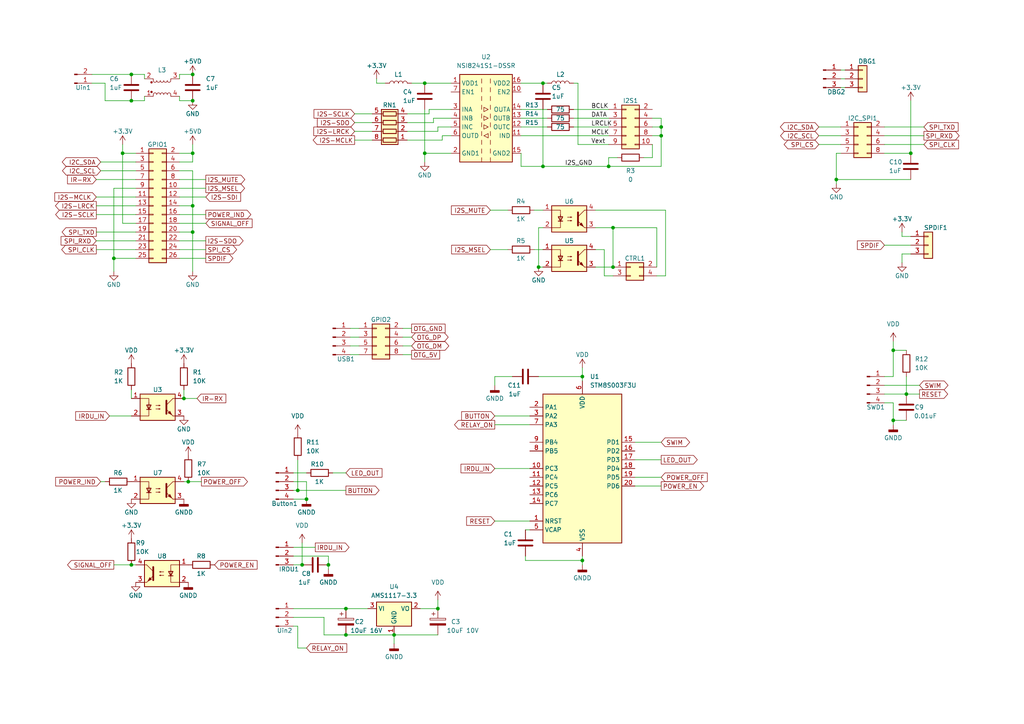
<source format=kicad_sch>
(kicad_sch (version 20231120) (generator "eeschema") (generator_version "8.0")
  (paper "A4")
  (lib_symbols
    (symbol "Connector:Conn_01x02_Pin" (pin_names (offset 1.016) hide)
      (property "Reference" "J" (at 0 2.54 0))
      (property "Value" "Conn_01x02_Pin" (at 0 -5.08 0))
      (symbol "Conn_01x02_Pin_1_1"
        (pin passive line (at 5.08 0 180) (length 3.81) (name "Pin_1") (number "1"))
        (pin passive line (at 5.08 -2.54 180) (length 3.81) (name "Pin_2") (number "2"))
      )
    )
    (symbol "Connector:Conn_01x03_Pin" (pin_names (offset 1.016) hide)
      (property "Reference" "J" (at 0 5.08 0))
      (property "Value" "Conn_01x03_Pin" (at 0 -5.08 0))
      (symbol "Conn_01x03_Pin_1_1"
        (pin passive line (at 5.08 2.54 180) (length 3.81) (name "Pin_1") (number "1"))
        (pin passive line (at 5.08 0 180) (length 3.81) (name "Pin_2") (number "2"))
        (pin passive line (at 5.08 -2.54 180) (length 3.81) (name "Pin_3") (number "3"))
      )
    )
    (symbol "Connector:Conn_01x04_Pin" (pin_names (offset 1.016) hide)
      (property "Reference" "J" (at 0 5.08 0))
      (property "Value" "Conn_01x04_Pin" (at 0 -7.62 0))
      (symbol "Conn_01x04_Pin_1_1"
        (pin passive line (at 5.08 2.54 180) (length 3.81) (name "Pin_1") (number "1"))
        (pin passive line (at 5.08 0 180) (length 3.81) (name "Pin_2") (number "2"))
        (pin passive line (at 5.08 -2.54 180) (length 3.81) (name "Pin_3") (number "3"))
        (pin passive line (at 5.08 -5.08 180) (length 3.81) (name "Pin_4") (number "4"))
      )
    )
    (symbol "Connector_Generic:Conn_01x03" (pin_names (offset 1.016) hide)
      (property "Reference" "J" (at 0 5.08 0))
      (property "Value" "Conn_01x03" (at 0 -5.08 0))
      (symbol "Conn_01x03_1_1"
        (pin passive line (at -5.08 2.54 0) (length 3.81) (name "Pin_1") (number "1"))
        (pin passive line (at -5.08 0 0) (length 3.81) (name "Pin_2") (number "2"))
        (pin passive line (at -5.08 -2.54 0) (length 3.81) (name "Pin_3") (number "3"))
      )
    )
    (symbol "Connector_Generic:Conn_02x02_Odd_Even" (pin_names (offset 1.016) hide)
      (property "Reference" "J" (at 1.27 2.54 0))
      (property "Value" "Conn_02x02_Odd_Even" (at 1.27 -5.08 0))
      (symbol "Conn_02x02_Odd_Even_1_1"
        (pin passive line (at -5.08 0 0) (length 3.81) (name "Pin_1") (number "1"))
        (pin passive line (at 7.62 0 180) (length 3.81) (name "Pin_2") (number "2"))
        (pin passive line (at -5.08 -2.54 0) (length 3.81) (name "Pin_3") (number "3"))
        (pin passive line (at 7.62 -2.54 180) (length 3.81) (name "Pin_4") (number "4"))
      )
    )
    (symbol "Connector_Generic:Conn_02x04_Odd_Even" (pin_names (offset 1.016) hide)
      (property "Reference" "J" (at 1.27 5.08 0))
      (property "Value" "Conn_02x04_Odd_Even" (at 1.27 -7.62 0))
      (symbol "Conn_02x04_Odd_Even_1_1"
        (pin passive line (at -5.08 2.54 0) (length 3.81) (name "Pin_1") (number "1"))
        (pin passive line (at 7.62 2.54 180) (length 3.81) (name "Pin_2") (number "2"))
        (pin passive line (at -5.08 0 0) (length 3.81) (name "Pin_3") (number "3"))
        (pin passive line (at 7.62 0 180) (length 3.81) (name "Pin_4") (number "4"))
        (pin passive line (at -5.08 -2.54 0) (length 3.81) (name "Pin_5") (number "5"))
        (pin passive line (at 7.62 -2.54 180) (length 3.81) (name "Pin_6") (number "6"))
        (pin passive line (at -5.08 -5.08 0) (length 3.81) (name "Pin_7") (number "7"))
        (pin passive line (at 7.62 -5.08 180) (length 3.81) (name "Pin_8") (number "8"))
      )
    )
    (symbol "Connector_Generic:Conn_02x05_Odd_Even" (pin_names (offset 1.016) hide)
      (property "Reference" "J" (at 1.27 7.62 0))
      (property "Value" "Conn_02x05_Odd_Even" (at 1.27 -7.62 0))
      (symbol "Conn_02x05_Odd_Even_1_1"
        (pin passive line (at -5.08 5.08 0) (length 3.81) (name "Pin_1") (number "1"))
        (pin passive line (at 7.62 -5.08 180) (length 3.81) (name "Pin_10") (number "10"))
        (pin passive line (at 7.62 5.08 180) (length 3.81) (name "Pin_2") (number "2"))
        (pin passive line (at -5.08 2.54 0) (length 3.81) (name "Pin_3") (number "3"))
        (pin passive line (at 7.62 2.54 180) (length 3.81) (name "Pin_4") (number "4"))
        (pin passive line (at -5.08 0 0) (length 3.81) (name "Pin_5") (number "5"))
        (pin passive line (at 7.62 0 180) (length 3.81) (name "Pin_6") (number "6"))
        (pin passive line (at -5.08 -2.54 0) (length 3.81) (name "Pin_7") (number "7"))
        (pin passive line (at 7.62 -2.54 180) (length 3.81) (name "Pin_8") (number "8"))
        (pin passive line (at -5.08 -5.08 0) (length 3.81) (name "Pin_9") (number "9"))
      )
    )
    (symbol "Connector_Generic:Conn_02x13_Odd_Even" (pin_names (offset 1.016) hide)
      (property "Reference" "J" (at 1.27 17.78 0))
      (property "Value" "Conn_02x13_Odd_Even" (at 1.27 -17.78 0))
      (symbol "Conn_02x13_Odd_Even_1_1"
        (pin passive line (at -5.08 15.24 0) (length 3.81) (name "Pin_1") (number "1"))
        (pin passive line (at 7.62 5.08 180) (length 3.81) (name "Pin_10") (number "10"))
        (pin passive line (at -5.08 2.54 0) (length 3.81) (name "Pin_11") (number "11"))
        (pin passive line (at 7.62 2.54 180) (length 3.81) (name "Pin_12") (number "12"))
        (pin passive line (at -5.08 0 0) (length 3.81) (name "Pin_13") (number "13"))
        (pin passive line (at 7.62 0 180) (length 3.81) (name "Pin_14") (number "14"))
        (pin passive line (at -5.08 -2.54 0) (length 3.81) (name "Pin_15") (number "15"))
        (pin passive line (at 7.62 -2.54 180) (length 3.81) (name "Pin_16") (number "16"))
        (pin passive line (at -5.08 -5.08 0) (length 3.81) (name "Pin_17") (number "17"))
        (pin passive line (at 7.62 -5.08 180) (length 3.81) (name "Pin_18") (number "18"))
        (pin passive line (at -5.08 -7.62 0) (length 3.81) (name "Pin_19") (number "19"))
        (pin passive line (at 7.62 15.24 180) (length 3.81) (name "Pin_2") (number "2"))
        (pin passive line (at 7.62 -7.62 180) (length 3.81) (name "Pin_20") (number "20"))
        (pin passive line (at -5.08 -10.16 0) (length 3.81) (name "Pin_21") (number "21"))
        (pin passive line (at 7.62 -10.16 180) (length 3.81) (name "Pin_22") (number "22"))
        (pin passive line (at -5.08 -12.7 0) (length 3.81) (name "Pin_23") (number "23"))
        (pin passive line (at 7.62 -12.7 180) (length 3.81) (name "Pin_24") (number "24"))
        (pin passive line (at -5.08 -15.24 0) (length 3.81) (name "Pin_25") (number "25"))
        (pin passive line (at 7.62 -15.24 180) (length 3.81) (name "Pin_26") (number "26"))
        (pin passive line (at -5.08 12.7 0) (length 3.81) (name "Pin_3") (number "3"))
        (pin passive line (at 7.62 12.7 180) (length 3.81) (name "Pin_4") (number "4"))
        (pin passive line (at -5.08 10.16 0) (length 3.81) (name "Pin_5") (number "5"))
        (pin passive line (at 7.62 10.16 180) (length 3.81) (name "Pin_6") (number "6"))
        (pin passive line (at -5.08 7.62 0) (length 3.81) (name "Pin_7") (number "7"))
        (pin passive line (at 7.62 7.62 180) (length 3.81) (name "Pin_8") (number "8"))
        (pin passive line (at -5.08 5.08 0) (length 3.81) (name "Pin_9") (number "9"))
      )
    )
    (symbol "Device:C" (pin_numbers hide) (pin_names (offset 0.254))
      (property "Reference" "C" (at 0.635 2.54 0))
      (property "Value" "C" (at 0.635 -2.54 0))
      (symbol "C_1_1"
        (pin passive line (at 0 3.81 270) (length 2.794) (name "~") (number "1"))
        (pin passive line (at 0 -3.81 90) (length 2.794) (name "~") (number "2"))
      )
    )
    (symbol "Device:C_Polarized" (pin_numbers hide) (pin_names (offset 0.254))
      (property "Reference" "C" (at 0.635 2.54 0))
      (property "Value" "C_Polarized" (at 0.635 -2.54 0))
      (symbol "C_Polarized_1_1"
        (pin passive line (at 0 3.81 270) (length 2.794) (name "~") (number "1"))
        (pin passive line (at 0 -3.81 90) (length 2.794) (name "~") (number "2"))
      )
    )
    (symbol "Device:L" (pin_numbers hide) (pin_names (offset 1.016) hide)
      (property "Reference" "L" (at -1.27 0 90))
      (property "Value" "L" (at 1.905 0 90))
      (symbol "L_1_1"
        (pin passive line (at 0 3.81 270) (length 1.27) (name "1") (number "1"))
        (pin passive line (at 0 -3.81 90) (length 1.27) (name "2") (number "2"))
      )
    )
    (symbol "Device:R" (pin_numbers hide) (pin_names (offset 0))
      (property "Reference" "R" (at 2.032 0 90))
      (property "Value" "R" (at 0 0 90))
      (symbol "R_1_1"
        (pin passive line (at 0 3.81 270) (length 1.27) (name "~") (number "1"))
        (pin passive line (at 0 -3.81 90) (length 1.27) (name "~") (number "2"))
      )
    )
    (symbol "Device:R_Pack04" (pin_names (offset 0) hide)
      (property "Reference" "RN" (at -7.62 0 90))
      (property "Value" "R_Pack04" (at 5.08 0 90))
      (symbol "R_Pack04_1_1"
        (pin passive line (at -5.08 -5.08 90) (length 2.54) (name "R1.1") (number "1"))
        (pin passive line (at -2.54 -5.08 90) (length 2.54) (name "R2.1") (number "2"))
        (pin passive line (at 0 -5.08 90) (length 2.54) (name "R3.1") (number "3"))
        (pin passive line (at 2.54 -5.08 90) (length 2.54) (name "R4.1") (number "4"))
        (pin passive line (at 2.54 5.08 270) (length 2.54) (name "R4.2") (number "5"))
        (pin passive line (at 0 5.08 270) (length 2.54) (name "R3.2") (number "6"))
        (pin passive line (at -2.54 5.08 270) (length 2.54) (name "R2.2") (number "7"))
        (pin passive line (at -5.08 5.08 270) (length 2.54) (name "R1.2") (number "8"))
      )
    )
    (symbol "MCU_ST_STM8:STM8S003F3U"
      (property "Reference" "U" (at 1.27 25.4 0))
      (property "Value" "STM8S003F3U" (at 1.27 22.86 0))
      (symbol "STM8S003F3U_1_1"
        (pin input line (at -15.24 -15.24 0) (length 3.81) (name "NRST") (number "1"))
        (pin bidirectional line (at -15.24 0 0) (length 3.81) (name "PC3") (number "10"))
        (pin bidirectional line (at -15.24 -2.54 0) (length 3.81) (name "PC4") (number "11"))
        (pin bidirectional line (at -15.24 -5.08 0) (length 3.81) (name "PC5") (number "12"))
        (pin bidirectional line (at -15.24 -7.62 0) (length 3.81) (name "PC6") (number "13"))
        (pin bidirectional line (at -15.24 -10.16 0) (length 3.81) (name "PC7") (number "14"))
        (pin bidirectional line (at 15.24 7.62 180) (length 3.81) (name "PD1") (number "15"))
        (pin bidirectional line (at 15.24 5.08 180) (length 3.81) (name "PD2") (number "16"))
        (pin bidirectional line (at 15.24 2.54 180) (length 3.81) (name "PD3") (number "17"))
        (pin bidirectional line (at 15.24 0 180) (length 3.81) (name "PD4") (number "18"))
        (pin bidirectional line (at 15.24 -2.54 180) (length 3.81) (name "PD5") (number "19"))
        (pin bidirectional line (at -15.24 17.78 0) (length 3.81) (name "PA1") (number "2"))
        (pin bidirectional line (at 15.24 -5.08 180) (length 3.81) (name "PD6") (number "20"))
        (pin bidirectional line (at -15.24 15.24 0) (length 3.81) (name "PA2") (number "3"))
        (pin power_in line (at 0 -25.4 90) (length 3.81) (name "VSS") (number "4"))
        (pin passive line (at -15.24 -17.78 0) (length 3.81) (name "VCAP") (number "5"))
        (pin power_in line (at 0 25.4 270) (length 3.81) (name "VDD") (number "6"))
        (pin bidirectional line (at -15.24 12.7 0) (length 3.81) (name "PA3") (number "7"))
        (pin bidirectional line (at -15.24 5.08 0) (length 3.81) (name "PB5") (number "8"))
        (pin bidirectional line (at -15.24 7.62 0) (length 3.81) (name "PB4") (number "9"))
      )
    )
    (symbol "Regulator_Linear:AMS1117-3.3"
      (property "Reference" "U" (at -3.81 3.175 0))
      (property "Value" "AMS1117-3.3" (at 0 3.175 0))
      (symbol "AMS1117-3.3_1_1"
        (pin power_in line (at 0 -7.62 90) (length 2.54) (name "GND") (number "1"))
        (pin power_out line (at 7.62 0 180) (length 2.54) (name "VO") (number "2"))
        (pin power_in line (at -7.62 0 0) (length 2.54) (name "VI") (number "3"))
      )
    )
    (symbol "neo3-library:CPFC74" (pin_names (offset 0.254) hide)
      (property "Reference" "L" (at 0 4.445 0))
      (property "Value" "CPFC74" (at 0 -4.445 0))
      (symbol "CPFC74_1_1"
        (pin passive line (at -5.08 -2.54 0) (length 2.54) (name "1") (number "1"))
        (pin passive line (at -5.08 2.54 0) (length 2.54) (name "2") (number "2"))
        (pin passive line (at 5.08 2.54 180) (length 2.54) (name "3") (number "3"))
        (pin passive line (at 5.08 -2.54 180) (length 2.54) (name "4") (number "4"))
      )
    )
    (symbol "neo3-library:NSI8241S1-DSSR"
      (property "Reference" "U" (at 0 0 0))
      (property "Value" "NSI8241S1-DSSR" (at -1.27 -2.54 0))
      (symbol "NSI8241S1-DSSR_1_1"
        (pin power_in line (at -11.43 -6.35 0) (length 2.54) (name "VDD1") (number "1"))
        (pin input line (at 8.89 -8.89 180) (length 2.54) (name "EN2") (number "10"))
        (pin input line (at 8.89 -21.59 180) (length 2.54) (name "IND") (number "11"))
        (pin output line (at 8.89 -19.05 180) (length 2.54) (name "OUTC") (number "12"))
        (pin output line (at 8.89 -16.51 180) (length 2.54) (name "OUTB") (number "13"))
        (pin output line (at 8.89 -13.97 180) (length 2.54) (name "OUTA") (number "14"))
        (pin power_in line (at 8.89 -26.67 180) (length 2.54) (name "GND2") (number "15"))
        (pin power_in line (at 8.89 -6.35 180) (length 2.54) (name "VDD2") (number "16"))
        (pin power_in line (at -11.43 -26.67 0) (length 2.54) (name "GND1") (number "2"))
        (pin input line (at -11.43 -13.97 0) (length 2.54) (name "INA") (number "3"))
        (pin input line (at -11.43 -16.51 0) (length 2.54) (name "INB") (number "4"))
        (pin input line (at -11.43 -19.05 0) (length 2.54) (name "INC") (number "5"))
        (pin output line (at -11.43 -21.59 0) (length 2.54) (name "OUTD") (number "6"))
        (pin input line (at -11.43 -8.89 0) (length 2.54) (name "EN1") (number "7"))
        (pin passive line (at -11.43 -26.67 0) (length 2.54) hide (name "GND1") (number "8"))
        (pin passive line (at 8.89 -26.67 180) (length 2.54) hide (name "GND2") (number "9"))
      )
    )
    (symbol "neo3-library:PS2801-1"
      (property "Reference" "U" (at 0 0 0))
      (property "Value" "PS2801-1" (at 0 -2.54 0))
      (symbol "PS2801-1_1_1"
        (pin passive line (at -7.62 -5.08 0) (length 2.54) (name "~") (number "1"))
        (pin passive line (at -7.62 -10.16 0) (length 2.54) (name "~") (number "2"))
        (pin passive line (at 7.62 -10.16 180) (length 2.54) (name "~") (number "3"))
        (pin passive line (at 7.62 -5.08 180) (length 2.54) (name "~") (number "4"))
      )
    )
    (symbol "power:+3.3V" (power) (pin_names (offset 0))
      (property "Value" "+3.3V" (at 0 3.556 0))
      (symbol "+3.3V_1_1"
        (pin power_in line (at 0 0 90) (length 0) hide (name "+3.3V") (number "1"))
      )
    )
    (symbol "power:+5VD" (power) (pin_names (offset 0))
      (property "Value" "+5VD" (at 0 3.556 0))
      (symbol "+5VD_1_1"
        (pin power_in line (at 0 0 90) (length 0) hide (name "+5VD") (number "1"))
      )
    )
    (symbol "power:GND" (power) (pin_names (offset 0))
      (property "Value" "GND" (at 0 -3.81 0))
      (symbol "GND_1_1"
        (pin power_in line (at 0 0 270) (length 0) hide (name "GND") (number "1"))
      )
    )
    (symbol "power:GNDD" (power) (pin_names (offset 0))
      (property "Value" "GNDD" (at 0 -3.175 0))
      (symbol "GNDD_1_1"
        (pin power_in line (at 0 0 270) (length 0) hide (name "GNDD") (number "1"))
      )
    )
    (symbol "power:VDD" (power) (pin_names (offset 0))
      (property "Value" "VDD" (at 0 3.81 0))
      (symbol "VDD_1_1"
        (pin power_in line (at 0 0 90) (length 0) hide (name "VDD") (number "1"))
      )
    )
  )
  (junction (at 35.56 44.45))
  (junction (at 54.61 139.7))
  (junction (at 55.88 29.21))
  (junction (at 53.34 115.57))
  (junction (at 168.91 162.56))
  (junction (at 100.33 184.15))
  (junction (at 262.89 114.3))
  (junction (at 176.53 48.26))
  (junction (at 157.48 24.13))
  (junction (at 259.08 101.6))
  (junction (at 100.33 176.53))
  (junction (at 95.25 163.83))
  (junction (at 259.08 121.92))
  (junction (at 87.63 163.83))
  (junction (at 38.1 163.83))
  (junction (at 55.88 67.31))
  (junction (at 114.3 184.15))
  (junction (at 86.36 142.24))
  (junction (at 191.77 39.37))
  (junction (at 38.1 29.21))
  (junction (at 242.57 52.07))
  (junction (at 264.16 44.45))
  (junction (at 55.88 21.59))
  (junction (at 177.8 66.04))
  (junction (at 55.88 59.69))
  (junction (at 33.02 74.93))
  (junction (at 177.8 77.47))
  (junction (at 156.21 77.47))
  (junction (at 123.19 24.13))
  (junction (at 157.48 48.26))
  (junction (at 88.9 144.78))
  (junction (at 127 176.53))
  (junction (at 168.91 109.22))
  (junction (at 38.1 21.59))
  (junction (at 191.77 36.83))
  (junction (at 123.19 44.45))
  (junction (at 55.88 44.45))
  (wire (pts (xy 127 36.83) (xy 130.81 36.83)))
  (wire (pts (xy 102.87 35.56) (xy 107.95 35.56)))
  (wire (pts (xy 33.02 163.83) (xy 38.1 163.83)))
  (wire (pts (xy 118.11 33.02) (xy 124.46 33.02)))
  (wire (pts (xy 142.24 60.96) (xy 147.32 60.96)))
  (wire (pts (xy 243.84 20.32) (xy 245.11 20.32)))
  (wire (pts (xy 179.07 45.72) (xy 176.53 45.72)))
  (wire (pts (xy 168.91 161.29) (xy 168.91 162.56)))
  (wire (pts (xy 158.75 24.13) (xy 157.48 24.13)))
  (wire (pts (xy 237.49 39.37) (xy 243.84 39.37)))
  (wire (pts (xy 189.23 36.83) (xy 191.77 36.83)))
  (wire (pts (xy 256.54 116.84) (xy 259.08 116.84)))
  (wire (pts (xy 189.23 39.37) (xy 191.77 39.37)))
  (wire (pts (xy 33.02 74.93) (xy 33.02 78.74)))
  (wire (pts (xy 191.77 48.26) (xy 176.53 48.26)))
  (wire (pts (xy 55.88 59.69) (xy 55.88 67.31)))
  (wire (pts (xy 237.49 41.91) (xy 243.84 41.91)))
  (wire (pts (xy 27.94 52.07) (xy 39.37 52.07)))
  (wire (pts (xy 154.94 60.96) (xy 157.48 60.96)))
  (wire (pts (xy 156.21 77.47) (xy 157.48 77.47)))
  (wire (pts (xy 95.25 163.83) (xy 95.25 165.1)))
  (wire (pts (xy 85.09 181.61) (xy 86.36 181.61)))
  (wire (pts (xy 55.88 49.53) (xy 55.88 59.69)))
  (wire (pts (xy 242.57 44.45) (xy 242.57 52.07)))
  (wire (pts (xy 39.37 54.61) (xy 33.02 54.61)))
  (wire (pts (xy 38.1 113.03) (xy 38.1 115.57)))
  (wire (pts (xy 26.67 21.59) (xy 38.1 21.59)))
  (wire (pts (xy 127 173.99) (xy 127 176.53)))
  (wire (pts (xy 38.1 21.59) (xy 41.91 21.59)))
  (wire (pts (xy 152.4 162.56) (xy 168.91 162.56)))
  (wire (pts (xy 85.09 139.7) (xy 88.9 139.7)))
  (wire (pts (xy 172.72 77.47) (xy 177.8 77.47)))
  (wire (pts (xy 261.62 73.66) (xy 261.62 76.2)))
  (wire (pts (xy 243.84 25.4) (xy 245.11 25.4)))
  (wire (pts (xy 259.08 101.6) (xy 259.08 99.06)))
  (wire (pts (xy 118.11 40.64) (xy 128.27 40.64)))
  (wire (pts (xy 242.57 52.07) (xy 242.57 53.34)))
  (wire (pts (xy 259.08 101.6) (xy 262.89 101.6)))
  (wire (pts (xy 157.48 66.04) (xy 156.21 66.04)))
  (wire (pts (xy 191.77 34.29) (xy 191.77 36.83)))
  (wire (pts (xy 93.98 179.07) (xy 93.98 184.15)))
  (wire (pts (xy 143.51 151.13) (xy 153.67 151.13)))
  (wire (pts (xy 264.16 68.58) (xy 261.62 68.58)))
  (wire (pts (xy 177.8 66.04) (xy 177.8 77.47)))
  (wire (pts (xy 151.13 48.26) (xy 151.13 44.45)))
  (wire (pts (xy 27.94 62.23) (xy 39.37 62.23)))
  (wire (pts (xy 262.89 114.3) (xy 266.7 114.3)))
  (wire (pts (xy 166.37 36.83) (xy 176.53 36.83)))
  (wire (pts (xy 39.37 64.77) (xy 35.56 64.77)))
  (wire (pts (xy 166.37 34.29) (xy 176.53 34.29)))
  (wire (pts (xy 127 38.1) (xy 127 36.83)))
  (wire (pts (xy 193.04 60.96) (xy 193.04 80.01)))
  (wire (pts (xy 33.02 54.61) (xy 33.02 74.93)))
  (wire (pts (xy 86.36 181.61) (xy 86.36 187.96)))
  (wire (pts (xy 143.51 109.22) (xy 143.51 111.76)))
  (wire (pts (xy 30.48 24.13) (xy 30.48 29.21)))
  (wire (pts (xy 114.3 184.15) (xy 127 184.15)))
  (wire (pts (xy 123.19 46.99) (xy 123.19 44.45)))
  (wire (pts (xy 167.64 41.91) (xy 176.53 41.91)))
  (wire (pts (xy 86.36 133.35) (xy 86.36 142.24)))
  (wire (pts (xy 256.54 71.12) (xy 264.16 71.12)))
  (wire (pts (xy 85.09 179.07) (xy 93.98 179.07)))
  (wire (pts (xy 190.5 66.04) (xy 190.5 77.47)))
  (wire (pts (xy 27.94 57.15) (xy 39.37 57.15)))
  (wire (pts (xy 52.07 27.94) (xy 52.07 29.21)))
  (wire (pts (xy 167.64 41.91) (xy 167.64 24.13)))
  (wire (pts (xy 151.13 24.13) (xy 157.48 24.13)))
  (wire (pts (xy 85.09 137.16) (xy 88.9 137.16)))
  (wire (pts (xy 41.91 27.94) (xy 41.91 29.21)))
  (wire (pts (xy 31.75 120.65) (xy 38.1 120.65)))
  (wire (pts (xy 256.54 41.91) (xy 267.97 41.91)))
  (wire (pts (xy 116.84 102.87) (xy 119.38 102.87)))
  (wire (pts (xy 186.69 45.72) (xy 189.23 45.72)))
  (wire (pts (xy 128.27 39.37) (xy 130.81 39.37)))
  (wire (pts (xy 151.13 39.37) (xy 176.53 39.37)))
  (wire (pts (xy 96.52 137.16) (xy 100.33 137.16)))
  (wire (pts (xy 109.22 24.13) (xy 111.76 24.13)))
  (wire (pts (xy 85.09 176.53) (xy 100.33 176.53)))
  (wire (pts (xy 35.56 44.45) (xy 35.56 64.77)))
  (wire (pts (xy 38.1 29.21) (xy 41.91 29.21)))
  (wire (pts (xy 172.72 66.04) (xy 177.8 66.04)))
  (wire (pts (xy 100.33 184.15) (xy 114.3 184.15)))
  (wire (pts (xy 184.15 128.27) (xy 191.77 128.27)))
  (wire (pts (xy 167.64 24.13) (xy 166.37 24.13)))
  (wire (pts (xy 52.07 74.93) (xy 59.69 74.93)))
  (wire (pts (xy 118.11 38.1) (xy 127 38.1)))
  (wire (pts (xy 256.54 39.37) (xy 267.97 39.37)))
  (wire (pts (xy 261.62 68.58) (xy 261.62 67.31)))
  (wire (pts (xy 191.77 39.37) (xy 191.77 48.26)))
  (wire (pts (xy 151.13 36.83) (xy 158.75 36.83)))
  (wire (pts (xy 177.8 66.04) (xy 190.5 66.04)))
  (wire (pts (xy 259.08 121.92) (xy 262.89 121.92)))
  (wire (pts (xy 237.49 36.83) (xy 243.84 36.83)))
  (wire (pts (xy 123.19 24.13) (xy 130.81 24.13)))
  (wire (pts (xy 259.08 109.22) (xy 259.08 101.6)))
  (wire (pts (xy 118.11 35.56) (xy 125.73 35.56)))
  (wire (pts (xy 102.87 38.1) (xy 107.95 38.1)))
  (wire (pts (xy 88.9 144.78) (xy 85.09 144.78)))
  (wire (pts (xy 156.21 66.04) (xy 156.21 77.47)))
  (wire (pts (xy 128.27 40.64) (xy 128.27 39.37)))
  (wire (pts (xy 243.84 22.86) (xy 245.11 22.86)))
  (wire (pts (xy 152.4 161.29) (xy 152.4 162.56)))
  (wire (pts (xy 116.84 100.33) (xy 119.38 100.33)))
  (wire (pts (xy 256.54 111.76) (xy 266.7 111.76)))
  (wire (pts (xy 52.07 67.31) (xy 55.88 67.31)))
  (wire (pts (xy 52.07 59.69) (xy 55.88 59.69)))
  (wire (pts (xy 175.26 72.39) (xy 175.26 80.01)))
  (wire (pts (xy 176.53 48.26) (xy 157.48 48.26)))
  (wire (pts (xy 52.07 62.23) (xy 59.69 62.23)))
  (wire (pts (xy 101.6 97.79) (xy 104.14 97.79)))
  (wire (pts (xy 53.34 139.7) (xy 54.61 139.7)))
  (wire (pts (xy 168.91 162.56) (xy 168.91 163.83)))
  (wire (pts (xy 184.15 138.43) (xy 191.77 138.43)))
  (wire (pts (xy 125.73 34.29) (xy 130.81 34.29)))
  (wire (pts (xy 29.21 139.7) (xy 30.48 139.7)))
  (wire (pts (xy 38.1 163.83) (xy 39.37 163.83)))
  (wire (pts (xy 256.54 114.3) (xy 262.89 114.3)))
  (wire (pts (xy 52.07 69.85) (xy 59.69 69.85)))
  (wire (pts (xy 85.09 161.29) (xy 95.25 161.29)))
  (wire (pts (xy 175.26 80.01) (xy 177.8 80.01)))
  (wire (pts (xy 116.84 97.79) (xy 119.38 97.79)))
  (wire (pts (xy 184.15 140.97) (xy 191.77 140.97)))
  (wire (pts (xy 172.72 72.39) (xy 175.26 72.39)))
  (wire (pts (xy 52.07 57.15) (xy 59.69 57.15)))
  (wire (pts (xy 27.94 69.85) (xy 39.37 69.85)))
  (wire (pts (xy 101.6 100.33) (xy 104.14 100.33)))
  (wire (pts (xy 256.54 36.83) (xy 267.97 36.83)))
  (wire (pts (xy 172.72 60.96) (xy 193.04 60.96)))
  (wire (pts (xy 143.51 123.19) (xy 153.67 123.19)))
  (wire (pts (xy 124.46 33.02) (xy 124.46 31.75)))
  (wire (pts (xy 259.08 116.84) (xy 259.08 121.92)))
  (wire (pts (xy 52.07 44.45) (xy 55.88 44.45)))
  (wire (pts (xy 148.59 109.22) (xy 143.51 109.22)))
  (wire (pts (xy 157.48 31.75) (xy 157.48 48.26)))
  (wire (pts (xy 53.34 115.57) (xy 57.15 115.57)))
  (wire (pts (xy 143.51 135.89) (xy 153.67 135.89)))
  (wire (pts (xy 27.94 67.31) (xy 39.37 67.31)))
  (wire (pts (xy 35.56 41.91) (xy 35.56 44.45)))
  (wire (pts (xy 52.07 49.53) (xy 55.88 49.53)))
  (wire (pts (xy 151.13 34.29) (xy 158.75 34.29)))
  (wire (pts (xy 29.21 46.99) (xy 39.37 46.99)))
  (wire (pts (xy 55.88 67.31) (xy 55.88 78.74)))
  (wire (pts (xy 142.24 72.39) (xy 147.32 72.39)))
  (wire (pts (xy 101.6 95.25) (xy 104.14 95.25)))
  (wire (pts (xy 262.89 109.22) (xy 262.89 114.3)))
  (wire (pts (xy 54.61 139.7) (xy 58.42 139.7)))
  (wire (pts (xy 30.48 29.21) (xy 38.1 29.21)))
  (wire (pts (xy 264.16 73.66) (xy 261.62 73.66)))
  (wire (pts (xy 53.34 113.03) (xy 53.34 115.57)))
  (wire (pts (xy 114.3 184.15) (xy 114.3 186.69)))
  (wire (pts (xy 123.19 31.75) (xy 123.19 44.45)))
  (wire (pts (xy 264.16 44.45) (xy 256.54 44.45)))
  (wire (pts (xy 101.6 102.87) (xy 104.14 102.87)))
  (wire (pts (xy 95.25 161.29) (xy 95.25 163.83)))
  (wire (pts (xy 87.63 157.48) (xy 87.63 163.83)))
  (wire (pts (xy 55.88 44.45) (xy 55.88 46.99)))
  (wire (pts (xy 85.09 163.83) (xy 87.63 163.83)))
  (wire (pts (xy 35.56 44.45) (xy 39.37 44.45)))
  (wire (pts (xy 124.46 31.75) (xy 130.81 31.75)))
  (wire (pts (xy 123.19 44.45) (xy 130.81 44.45)))
  (wire (pts (xy 102.87 33.02) (xy 107.95 33.02)))
  (wire (pts (xy 156.21 109.22) (xy 168.91 109.22)))
  (wire (pts (xy 264.16 29.21) (xy 264.16 44.45)))
  (wire (pts (xy 191.77 133.35) (xy 184.15 133.35)))
  (wire (pts (xy 93.98 184.15) (xy 100.33 184.15)))
  (wire (pts (xy 256.54 109.22) (xy 259.08 109.22)))
  (wire (pts (xy 88.9 139.7) (xy 88.9 144.78)))
  (wire (pts (xy 243.84 44.45) (xy 242.57 44.45)))
  (wire (pts (xy 191.77 36.83) (xy 191.77 39.37)))
  (wire (pts (xy 52.07 29.21) (xy 55.88 29.21)))
  (wire (pts (xy 52.07 54.61) (xy 59.69 54.61)))
  (wire (pts (xy 193.04 80.01) (xy 190.5 80.01)))
  (wire (pts (xy 52.07 72.39) (xy 59.69 72.39)))
  (wire (pts (xy 166.37 31.75) (xy 176.53 31.75)))
  (wire (pts (xy 116.84 95.25) (xy 119.38 95.25)))
  (wire (pts (xy 151.13 31.75) (xy 158.75 31.75)))
  (wire (pts (xy 52.07 52.07) (xy 59.69 52.07)))
  (wire (pts (xy 100.33 176.53) (xy 106.68 176.53)))
  (wire (pts (xy 29.21 49.53) (xy 39.37 49.53)))
  (wire (pts (xy 52.07 46.99) (xy 55.88 46.99)))
  (wire (pts (xy 242.57 52.07) (xy 264.16 52.07)))
  (wire (pts (xy 52.07 21.59) (xy 55.88 21.59)))
  (wire (pts (xy 52.07 64.77) (xy 59.69 64.77)))
  (wire (pts (xy 52.07 22.86) (xy 52.07 21.59)))
  (wire (pts (xy 168.91 106.68) (xy 168.91 109.22)))
  (wire (pts (xy 123.19 24.13) (xy 119.38 24.13)))
  (wire (pts (xy 26.67 24.13) (xy 30.48 24.13)))
  (wire (pts (xy 86.36 142.24) (xy 100.33 142.24)))
  (wire (pts (xy 41.91 22.86) (xy 41.91 21.59)))
  (wire (pts (xy 125.73 35.56) (xy 125.73 34.29)))
  (wire (pts (xy 102.87 40.64) (xy 107.95 40.64)))
  (wire (pts (xy 27.94 59.69) (xy 39.37 59.69)))
  (wire (pts (xy 86.36 142.24) (xy 85.09 142.24)))
  (wire (pts (xy 85.09 158.75) (xy 91.44 158.75)))
  (wire (pts (xy 168.91 109.22) (xy 168.91 110.49)))
  (wire (pts (xy 55.88 41.91) (xy 55.88 44.45)))
  (wire (pts (xy 189.23 41.91) (xy 189.23 45.72)))
  (wire (pts (xy 176.53 45.72) (xy 176.53 48.26)))
  (wire (pts (xy 157.48 48.26) (xy 151.13 48.26)))
  (wire (pts (xy 121.92 176.53) (xy 127 176.53)))
  (wire (pts (xy 189.23 34.29) (xy 191.77 34.29)))
  (wire (pts (xy 109.22 22.86) (xy 109.22 24.13)))
  (wire (pts (xy 259.08 121.92) (xy 259.08 123.19)))
  (wire (pts (xy 154.94 72.39) (xy 157.48 72.39)))
  (wire (pts (xy 86.36 187.96) (xy 88.9 187.96)))
  (wire (pts (xy 152.4 153.67) (xy 153.67 153.67)))
  (wire (pts (xy 33.02 74.93) (xy 39.37 74.93)))
  (wire (pts (xy 143.51 120.65) (xy 153.67 120.65)))
  (wire (pts (xy 27.94 72.39) (xy 39.37 72.39)))
  (label "MCLK" (at 171.45 39.37 0))
  (label "Vext" (at 171.45 41.91 0))
  (label "BCLK" (at 171.45 31.75 0))
  (label "LRCLK" (at 171.45 36.83 0))
  (label "I2S_GND" (at 163.83 48.26 0))
  (label "DATA" (at 171.45 34.29 0))
  (global_label "SPI_RXD" (shape output) (at 267.97 39.37 0) (property "Intersheetrefs" "${INTERSHEET_REFS}" (effects (hide yes))))
  (global_label "SPI_CS" (shape bidirectional) (at 237.49 41.91 180) (property "Intersheetrefs" "${INTERSHEET_REFS}" (effects (hide yes))))
  (global_label "I2S-SDO" (shape output) (at 59.69 69.85 0) (property "Intersheetrefs" "${INTERSHEET_REFS}" (effects (hide yes))))
  (global_label "SWIM" (shape bidirectional) (at 191.77 128.27 0) (property "Intersheetrefs" "${INTERSHEET_REFS}" (effects (hide yes))))
  (global_label "IR-RX" (shape input) (at 27.94 52.07 180) (property "Intersheetrefs" "${INTERSHEET_REFS}" (effects (hide yes))))
  (global_label "POWER_OFF" (shape input) (at 191.77 138.43 0) (property "Intersheetrefs" "${INTERSHEET_REFS}" (effects (hide yes))))
  (global_label "I2C_SDA" (shape bidirectional) (at 29.21 46.99 180) (property "Intersheetrefs" "${INTERSHEET_REFS}" (effects (hide yes))))
  (global_label "OTG_DM" (shape bidirectional) (at 119.38 100.33 0) (property "Intersheetrefs" "${INTERSHEET_REFS}" (effects (hide yes))))
  (global_label "RESET" (shape input) (at 143.51 151.13 180) (property "Intersheetrefs" "${INTERSHEET_REFS}" (effects (hide yes))))
  (global_label "LED_OUT" (shape input) (at 100.33 137.16 0) (property "Intersheetrefs" "${INTERSHEET_REFS}" (effects (hide yes))))
  (global_label "IRDU_IN" (shape output) (at 91.44 158.75 0) (property "Intersheetrefs" "${INTERSHEET_REFS}" (effects (hide yes))))
  (global_label "I2S-MCLK" (shape output) (at 102.87 40.64 180) (property "Intersheetrefs" "${INTERSHEET_REFS}" (effects (hide yes))))
  (global_label "I2C_SCL" (shape bidirectional) (at 237.49 39.37 180) (property "Intersheetrefs" "${INTERSHEET_REFS}" (effects (hide yes))))
  (global_label "SPI_TXD" (shape input) (at 267.97 36.83 0) (property "Intersheetrefs" "${INTERSHEET_REFS}" (effects (hide yes))))
  (global_label "IRDU_IN" (shape input) (at 143.51 135.89 180) (property "Intersheetrefs" "${INTERSHEET_REFS}" (effects (hide yes))))
  (global_label "I2S-LRCK" (shape input) (at 102.87 38.1 180) (property "Intersheetrefs" "${INTERSHEET_REFS}" (effects (hide yes))))
  (global_label "SPI_CLK" (shape output) (at 27.94 72.39 180) (property "Intersheetrefs" "${INTERSHEET_REFS}" (effects (hide yes))))
  (global_label "I2S-MCLK" (shape input) (at 27.94 57.15 180) (property "Intersheetrefs" "${INTERSHEET_REFS}" (effects (hide yes))))
  (global_label "I2S_MUTE" (shape input) (at 142.24 60.96 180) (property "Intersheetrefs" "${INTERSHEET_REFS}" (effects (hide yes))))
  (global_label "POWER_EN" (shape output) (at 191.77 140.97 0) (property "Intersheetrefs" "${INTERSHEET_REFS}" (effects (hide yes))))
  (global_label "I2S-SCLK" (shape input) (at 102.87 33.02 180) (property "Intersheetrefs" "${INTERSHEET_REFS}" (effects (hide yes))))
  (global_label "SPI_TXD" (shape output) (at 27.94 67.31 180) (property "Intersheetrefs" "${INTERSHEET_REFS}" (effects (hide yes))))
  (global_label "I2S-SDI" (shape input) (at 59.69 57.15 0) (property "Intersheetrefs" "${INTERSHEET_REFS}" (effects (hide yes))))
  (global_label "I2S-SCLK" (shape output) (at 27.94 62.23 180) (property "Intersheetrefs" "${INTERSHEET_REFS}" (effects (hide yes))))
  (global_label "LED_OUT" (shape output) (at 191.77 133.35 0) (property "Intersheetrefs" "${INTERSHEET_REFS}" (effects (hide yes))))
  (global_label "OTG_5V" (shape passive) (at 119.38 102.87 0) (property "Intersheetrefs" "${INTERSHEET_REFS}" (effects (hide yes))))
  (global_label "I2C_SDA" (shape bidirectional) (at 237.49 36.83 180) (property "Intersheetrefs" "${INTERSHEET_REFS}" (effects (hide yes))))
  (global_label "BUTTON" (shape output) (at 100.33 142.24 0) (property "Intersheetrefs" "${INTERSHEET_REFS}" (effects (hide yes))))
  (global_label "OTG_DP" (shape bidirectional) (at 119.38 97.79 0) (property "Intersheetrefs" "${INTERSHEET_REFS}" (effects (hide yes))))
  (global_label "I2S_MSEL" (shape input) (at 142.24 72.39 180) (property "Intersheetrefs" "${INTERSHEET_REFS}" (effects (hide yes))))
  (global_label "SPI_CLK" (shape input) (at 267.97 41.91 0) (property "Intersheetrefs" "${INTERSHEET_REFS}" (effects (hide yes))))
  (global_label "BUTTON" (shape input) (at 143.51 120.65 180) (property "Intersheetrefs" "${INTERSHEET_REFS}" (effects (hide yes))))
  (global_label "RESET" (shape output) (at 266.7 114.3 0) (property "Intersheetrefs" "${INTERSHEET_REFS}" (effects (hide yes))))
  (global_label "IR-RX" (shape input) (at 57.15 115.57 0) (property "Intersheetrefs" "${INTERSHEET_REFS}" (effects (hide yes))))
  (global_label "SPDIF" (shape output) (at 59.69 74.93 0) (property "Intersheetrefs" "${INTERSHEET_REFS}" (effects (hide yes))))
  (global_label "SIGNAL_OFF" (shape output) (at 33.02 163.83 180) (property "Intersheetrefs" "${INTERSHEET_REFS}" (effects (hide yes))))
  (global_label "I2S-LRCK" (shape output) (at 27.94 59.69 180) (property "Intersheetrefs" "${INTERSHEET_REFS}" (effects (hide yes))))
  (global_label "SPDIF" (shape input) (at 256.54 71.12 180) (property "Intersheetrefs" "${INTERSHEET_REFS}" (effects (hide yes))))
  (global_label "SWIM" (shape bidirectional) (at 266.7 111.76 0) (property "Intersheetrefs" "${INTERSHEET_REFS}" (effects (hide yes))))
  (global_label "I2S_MUTE" (shape output) (at 59.69 52.07 0) (property "Intersheetrefs" "${INTERSHEET_REFS}" (effects (hide yes))))
  (global_label "POWER_IND" (shape input) (at 29.21 139.7 180) (property "Intersheetrefs" "${INTERSHEET_REFS}" (effects (hide yes))))
  (global_label "POWER_OFF" (shape output) (at 58.42 139.7 0) (property "Intersheetrefs" "${INTERSHEET_REFS}" (effects (hide yes))))
  (global_label "RELAY_ON" (shape output) (at 143.51 123.19 180) (property "Intersheetrefs" "${INTERSHEET_REFS}" (effects (hide yes))))
  (global_label "OTG_GND" (shape passive) (at 119.38 95.25 0) (property "Intersheetrefs" "${INTERSHEET_REFS}" (effects (hide yes))))
  (global_label "RELAY_ON" (shape input) (at 88.9 187.96 0) (property "Intersheetrefs" "${INTERSHEET_REFS}" (effects (hide yes))))
  (global_label "IRDU_IN" (shape input) (at 31.75 120.65 180) (property "Intersheetrefs" "${INTERSHEET_REFS}" (effects (hide yes))))
  (global_label "I2S_MSEL" (shape output) (at 59.69 54.61 0) (property "Intersheetrefs" "${INTERSHEET_REFS}" (effects (hide yes))))
  (global_label "SIGNAL_OFF" (shape input) (at 59.69 64.77 0) (property "Intersheetrefs" "${INTERSHEET_REFS}" (effects (hide yes))))
  (global_label "POWER_EN" (shape input) (at 62.23 163.83 0) (property "Intersheetrefs" "${INTERSHEET_REFS}" (effects (hide yes))))
  (global_label "SPI_RXD" (shape input) (at 27.94 69.85 180) (property "Intersheetrefs" "${INTERSHEET_REFS}" (effects (hide yes))))
  (global_label "I2S-SDO" (shape input) (at 102.87 35.56 180) (property "Intersheetrefs" "${INTERSHEET_REFS}" (effects (hide yes))))
  (global_label "POWER_IND" (shape output) (at 59.69 62.23 0) (property "Intersheetrefs" "${INTERSHEET_REFS}" (effects (hide yes))))
  (global_label "SPI_CS" (shape output) (at 59.69 72.39 0) (property "Intersheetrefs" "${INTERSHEET_REFS}" (effects (hide yes))))
  (global_label "I2C_SCL" (shape bidirectional) (at 29.21 49.53 180) (property "Intersheetrefs" "${INTERSHEET_REFS}" (effects (hide yes))))
  (symbol (lib_id "Connector_Generic:Conn_02x05_Odd_Even") (at 181.61 36.83 0) (unit 1)
    (property "Reference" "I2S1" (at 182.88 29.21 0))
    (property "Value" "Conn_02x05_Odd_Even" (effects (hide yes)))
    (property "Footprint" "Connector_PinHeader_2.54mm:PinHeader_2x05_P2.54mm_Vertical" (effects (hide yes)))
  )
  (symbol (lib_id "Connector:Conn_01x02_Pin") (at 21.59 24.13 0) (mirror x) (unit 1)
    (property "Reference" "Uin1" (at 24.13 25.4 0))
    (property "Value" "Conn_01x02_Pin" (effects (hide yes)))
    (property "Footprint" "Connector_JST:JST_EH_S2B-EH_1x02_P2.50mm_Horizontal" (effects (hide yes)))
  )
  (symbol (lib_id "power:GND") (at 242.57 53.34 0) (unit 1)
    (property "Reference" "#PWR029" (effects (hide yes)))
    (property "Value" "GND" (at 242.57 57.15 0))
  )
  (symbol (lib_id "Regulator_Linear:AMS1117-3.3") (at 114.3 176.53 0) (unit 1)
    (property "Reference" "U4" (at 114.3 170.18 0))
    (property "Value" "AMS1117-3.3" (at 114.3 172.72 0))
    (property "Footprint" "Package_TO_SOT_SMD:SOT-223-3_TabPin2" (effects (hide yes)))
    (property "Datasheet" "http://www.advanced-monolithic.com/pdf/ds1117.pdf" (effects (hide yes)))
  )
  (symbol (lib_id "Device:L") (at 162.56 24.13 90) (unit 1)
    (property "Reference" "L2" (at 162.56 21.59 90))
    (property "Value" "BLM0603" (effects (hide yes)))
    (property "Footprint" "Inductor_SMD:L_0603_1608Metric" (effects (hide yes)))
  )
  (symbol (lib_id "neo3-library:CPFC74") (at 46.99 25.4 0) (unit 1)
    (property "Reference" "L3" (at 46.99 20.32 0))
    (property "Value" "CPFC74" (effects (hide yes)))
    (property "Footprint" "neo3-library:CPFC74" (effects (hide yes)))
  )
  (symbol (lib_id "neo3-library:PS2801-1") (at 165.1 55.88 0) (unit 1)
    (property "Reference" "U6" (at 165.1 58.42 0))
    (property "Value" "PS2801-1" (effects (hide yes)))
    (property "Footprint" "Package_SO:SO-4_4.4x2.3mm_P1.27mm" (effects (hide yes)))
    (property "Datasheet" "https://www.promelec.ru/fs/sources/3a/41/6e/c4/2e0350ff03645d30662661ab.pdf" (effects (hide yes)))
  )
  (symbol (lib_id "power:+3.3V") (at 109.22 22.86 0) (unit 1)
    (property "Reference" "#PWR06" (effects (hide yes)))
    (property "Value" "+3.3V" (at 109.22 19.05 0))
  )
  (symbol (lib_id "power:GNDD") (at 143.51 111.76 0) (unit 1)
    (property "Reference" "#PWR033" (effects (hide yes)))
    (property "Value" "GNDD" (at 143.51 115.57 0))
  )
  (symbol (lib_id "Device:R") (at 182.88 45.72 90) (unit 1)
    (property "Reference" "R3" (at 182.88 49.53 90))
    (property "Value" "0" (at 182.88 52.07 90))
    (property "Footprint" "Resistor_SMD:R_0402_1005Metric" (effects (hide yes)))
  )
  (symbol (lib_id "Device:R") (at 38.1 160.02 0) (unit 1)
    (property "Reference" "R9" (at 39.37 157.48 0) (effects (justify left)))
    (property "Value" "10K" (at 39.37 160.02 0) (effects (justify left)))
    (property "Footprint" "Resistor_SMD:R_0402_1005Metric" (effects (hide yes)))
  )
  (symbol (lib_id "neo3-library:PS2801-1") (at 165.1 67.31 0) (unit 1)
    (property "Reference" "U5" (at 165.1 69.85 0))
    (property "Value" "PS2801-1" (effects (hide yes)))
    (property "Footprint" "Package_SO:SO-4_4.4x2.3mm_P1.27mm" (effects (hide yes)))
    (property "Datasheet" "https://www.promelec.ru/fs/sources/3a/41/6e/c4/2e0350ff03645d30662661ab.pdf" (effects (hide yes)))
  )
  (symbol (lib_id "power:GND") (at 53.34 120.65 0) (unit 1)
    (property "Reference" "#PWR013" (effects (hide yes)))
    (property "Value" "GND" (at 53.34 124.46 0))
  )
  (symbol (lib_id "Device:R") (at 162.56 36.83 90) (unit 1)
    (property "Reference" "R15" (at 156.21 35.56 90) (effects (justify left)))
    (property "Value" "75" (at 163.83 36.83 90) (effects (justify left)))
    (property "Footprint" "Resistor_SMD:R_0402_1005Metric" (effects (hide yes)))
  )
  (symbol (lib_id "Device:C") (at 91.44 163.83 90) (unit 1)
    (property "Reference" "C8" (at 90.17 166.37 90) (effects (justify left)))
    (property "Value" "1uF" (at 90.17 168.91 90) (effects (justify left)))
    (property "Footprint" "Capacitor_SMD:C_0603_1608Metric" (effects (hide yes)))
  )
  (symbol (lib_id "power:VDD") (at 38.1 105.41 0) (unit 1)
    (property "Reference" "#PWR015" (effects (hide yes)))
    (property "Value" "VDD" (at 38.1 101.6 0))
  )
  (symbol (lib_id "Device:L") (at 115.57 24.13 90) (unit 1)
    (property "Reference" "L1" (at 115.57 21.59 90))
    (property "Value" "BLM0603" (effects (hide yes)))
    (property "Footprint" "Inductor_SMD:L_0603_1608Metric" (effects (hide yes)))
  )
  (symbol (lib_id "MCU_ST_STM8:STM8S003F3U") (at 168.91 135.89 0) (unit 1)
    (property "Reference" "U1" (at 171.1041 109.22 0) (effects (justify left)))
    (property "Value" "STM8S003F3U" (at 171.1041 111.76 0) (effects (justify left)))
    (property "Footprint" "Package_DFN_QFN:ST_UFQFPN-20_3x3mm_P0.5mm" (effects (hide yes)))
    (property "Datasheet" "http://www.st.com/st-web-ui/static/active/en/resource/technical/document/datasheet/DM00024550.pdf" (effects (hide yes)))
  )
  (symbol (lib_id "Device:C") (at 38.1 25.4 180) (unit 1)
    (property "Reference" "C6" (at 31.75 22.86 0) (effects (justify right)))
    (property "Value" "1uF" (at 31.75 25.4 0) (effects (justify right)))
    (property "Footprint" "Capacitor_SMD:C_0805_2012Metric" (effects (hide yes)))
  )
  (symbol (lib_id "Device:R") (at 92.71 137.16 90) (unit 1)
    (property "Reference" "R10" (at 93.98 134.62 90) (effects (justify left)))
    (property "Value" "1K" (at 93.98 139.7 90) (effects (justify left)))
    (property "Footprint" "Resistor_SMD:R_0402_1005Metric" (effects (hide yes)))
  )
  (symbol (lib_id "neo3-library:PS2801-1") (at 45.72 110.49 0) (unit 1)
    (property "Reference" "U3" (at 45.72 113.03 0))
    (property "Value" "PS2801-1" (effects (hide yes)))
    (property "Footprint" "Package_SO:SO-4_4.4x2.3mm_P1.27mm" (effects (hide yes)))
    (property "Datasheet" "https://www.promelec.ru/fs/sources/3a/41/6e/c4/2e0350ff03645d30662661ab.pdf" (effects (hide yes)))
  )
  (symbol (lib_id "Connector:Conn_01x04_Pin") (at 251.46 111.76 0) (unit 1)
    (property "Reference" "SWD1" (at 254 118.11 0))
    (property "Value" "Conn_01x04_Pin" (effects (hide yes)))
    (property "Footprint" "neo3-library:JST_GH_1x04_P1.25mm_Vertical" (effects (hide yes)))
  )
  (symbol (lib_id "power:GND") (at 55.88 78.74 0) (unit 1)
    (property "Reference" "#PWR08" (effects (hide yes)))
    (property "Value" "GND" (at 55.88 82.55 0))
  )
  (symbol (lib_id "power:GNDD") (at 53.34 144.78 0) (unit 1)
    (property "Reference" "#PWR019" (effects (hide yes)))
    (property "Value" "GNDD" (at 53.34 148.59 0))
  )
  (symbol (lib_id "Device:R") (at 162.56 34.29 90) (unit 1)
    (property "Reference" "R14" (at 156.21 33.02 90) (effects (justify left)))
    (property "Value" "75" (at 163.83 34.29 90) (effects (justify left)))
    (property "Footprint" "Resistor_SMD:R_0402_1005Metric" (effects (hide yes)))
  )
  (symbol (lib_id "Connector:Conn_01x04_Pin") (at 96.52 97.79 0) (unit 1)
    (property "Reference" "USB1" (at 100.33 104.14 0))
    (property "Value" "Conn_01x04_Pin" (effects (hide yes)))
    (property "Footprint" "Connector_JST:JST_PH_B4B-PH-K_1x04_P2.00mm_Vertical" (effects (hide yes)))
  )
  (symbol (lib_id "power:+3.3V") (at 264.16 29.21 0) (unit 1)
    (property "Reference" "#PWR030" (effects (hide yes)))
    (property "Value" "+3.3V" (at 264.16 25.4 0))
  )
  (symbol (lib_id "Device:C") (at 157.48 27.94 0) (unit 1)
    (property "Reference" "C5" (at 160.02 25.4 0) (effects (justify left)))
    (property "Value" "1uF" (at 160.02 27.94 0) (effects (justify left)))
    (property "Footprint" "Capacitor_SMD:C_0603_1608Metric" (effects (hide yes)))
  )
  (symbol (lib_id "power:+3.3V") (at 261.62 67.31 0) (unit 1)
    (property "Reference" "#PWR032" (effects (hide yes)))
    (property "Value" "+3.3V" (at 261.62 63.5 0))
  )
  (symbol (lib_id "Device:C") (at 262.89 118.11 180) (unit 1)
    (property "Reference" "C9" (at 267.97 118.11 0) (effects (justify left)))
    (property "Value" "0.01uF" (at 271.78 120.65 0) (effects (justify left)))
    (property "Footprint" "Capacitor_SMD:C_0402_1005Metric" (effects (hide yes)))
  )
  (symbol (lib_id "Device:R") (at 34.29 139.7 90) (unit 1)
    (property "Reference" "R6" (at 35.56 137.16 90) (effects (justify left)))
    (property "Value" "1K" (at 35.56 142.24 90) (effects (justify left)))
    (property "Footprint" "Resistor_SMD:R_0402_1005Metric" (effects (hide yes)))
  )
  (symbol (lib_id "power:GNDD") (at 114.3 186.69 0) (unit 1)
    (property "Reference" "#PWR03" (effects (hide yes)))
    (property "Value" "GNDD" (at 114.3 190.5 0))
  )
  (symbol (lib_id "Device:C") (at 152.4 157.48 0) (unit 1)
    (property "Reference" "C1" (at 146.05 154.94 0) (effects (justify left)))
    (property "Value" "1uF" (at 146.05 157.48 0) (effects (justify left)))
    (property "Footprint" "Capacitor_SMD:C_0402_1005Metric" (effects (hide yes)))
  )
  (symbol (lib_id "power:VDD") (at 86.36 125.73 0) (unit 1)
    (property "Reference" "#PWR026" (effects (hide yes)))
    (property "Value" "VDD" (at 86.36 120.65 0))
  )
  (symbol (lib_id "power:GND") (at 123.19 46.99 0) (unit 1)
    (property "Reference" "#PWR010" (effects (hide yes)))
    (property "Value" "GND" (at 123.19 50.8 0))
  )
  (symbol (lib_id "power:VDD") (at 54.61 132.08 0) (unit 1)
    (property "Reference" "#PWR018" (effects (hide yes)))
    (property "Value" "VDD" (at 54.61 128.27 0))
  )
  (symbol (lib_id "power:GNDD") (at 88.9 144.78 0) (unit 1)
    (property "Reference" "#PWR025" (effects (hide yes)))
    (property "Value" "GNDD" (at 88.9 148.59 0))
  )
  (symbol (lib_id "power:GNDD") (at 259.08 123.19 0) (unit 1)
    (property "Reference" "#PWR027" (effects (hide yes)))
    (property "Value" "GNDD" (at 259.08 127 0))
  )
  (symbol (lib_id "Connector:Conn_01x03_Pin") (at 80.01 179.07 0) (unit 1)
    (property "Reference" "Uin2" (at 82.55 182.88 0))
    (property "Value" "Conn_01x03_Pin" (effects (hide yes)))
    (property "Footprint" "neo3-library:JST_GH_1x03_P1.25mm_Horizontal" (effects (hide yes)))
  )
  (symbol (lib_id "neo3-library:PS2801-1") (at 46.99 158.75 0) (mirror y) (unit 1)
    (property "Reference" "U8" (at 46.99 161.29 0))
    (property "Value" "PS2801-1" (effects (hide yes)))
    (property "Footprint" "Package_SO:SO-4_4.4x2.3mm_P1.27mm" (effects (hide yes)))
    (property "Datasheet" "https://www.promelec.ru/fs/sources/3a/41/6e/c4/2e0350ff03645d30662661ab.pdf" (effects (hide yes)))
  )
  (symbol (lib_id "power:GND") (at 33.02 78.74 0) (unit 1)
    (property "Reference" "#PWR09" (effects (hide yes)))
    (property "Value" "GND" (at 33.02 82.55 0))
  )
  (symbol (lib_id "Device:R") (at 86.36 129.54 180) (unit 1)
    (property "Reference" "R11" (at 92.71 128.27 0) (effects (justify left)))
    (property "Value" "10K" (at 92.71 130.81 0) (effects (justify left)))
    (property "Footprint" "Resistor_SMD:R_0402_1005Metric" (effects (hide yes)))
  )
  (symbol (lib_id "Connector:Conn_01x03_Pin") (at 238.76 22.86 0) (unit 1)
    (property "Reference" "DBG2" (at 242.57 26.67 0))
    (property "Value" "Conn_01x03_Pin" (effects (hide yes)))
    (property "Footprint" "Connector_JST:JST_PH_B3B-PH-K_1x03_P2.00mm_Vertical" (effects (hide yes)))
  )
  (symbol (lib_id "power:GNDD") (at 168.91 163.83 0) (unit 1)
    (property "Reference" "#PWR02" (effects (hide yes)))
    (property "Value" "GNDD" (at 168.91 167.64 0))
  )
  (symbol (lib_id "power:GNDD") (at 95.25 165.1 0) (unit 1)
    (property "Reference" "#PWR023" (effects (hide yes)))
    (property "Value" "GNDD" (at 95.25 168.91 0))
  )
  (symbol (lib_id "Device:R") (at 262.89 105.41 180) (unit 1)
    (property "Reference" "R12" (at 269.24 104.14 0) (effects (justify left)))
    (property "Value" "10K" (at 269.24 106.68 0) (effects (justify left)))
    (property "Footprint" "Resistor_SMD:R_0402_1005Metric" (effects (hide yes)))
  )
  (symbol (lib_id "power:GND") (at 38.1 144.78 0) (unit 1)
    (property "Reference" "#PWR017" (effects (hide yes)))
    (property "Value" "GND" (at 38.1 148.59 0))
  )
  (symbol (lib_id "Device:R") (at 151.13 60.96 90) (unit 1)
    (property "Reference" "R4" (at 152.4 58.42 90) (effects (justify left)))
    (property "Value" "1K" (at 152.4 63.5 90) (effects (justify left)))
    (property "Footprint" "Resistor_SMD:R_0402_1005Metric" (effects (hide yes)))
  )
  (symbol (lib_id "Device:R_Pack04") (at 113.03 35.56 90) (unit 1)
    (property "Reference" "RN1" (at 113.03 30.48 90))
    (property "Value" "R_Pack04" (effects (hide yes)))
    (property "Footprint" "Resistor_SMD:R_Array_Convex_4x0603" (effects (hide yes)))
  )
  (symbol (lib_id "power:GND") (at 156.21 77.47 0) (unit 1)
    (property "Reference" "#PWR016" (effects (hide yes)))
    (property "Value" "GND" (at 156.21 81.28 0))
  )
  (symbol (lib_id "Device:C_Polarized") (at 100.33 180.34 0) (unit 1)
    (property "Reference" "C2" (at 102.87 180.34 0) (effects (justify left)))
    (property "Value" "10uF 16V" (at 101.6 182.88 0) (effects (justify left)))
    (property "Footprint" "Capacitor_THT:CP_Radial_D5.0mm_P2.00mm" (effects (hide yes)))
  )
  (symbol (lib_id "Device:R") (at 162.56 31.75 90) (unit 1)
    (property "Reference" "R13" (at 156.21 30.48 90) (effects (justify left)))
    (property "Value" "75" (at 163.83 31.75 90) (effects (justify left)))
    (property "Footprint" "Resistor_SMD:R_0402_1005Metric" (effects (hide yes)))
  )
  (symbol (lib_id "Connector_Generic:Conn_02x04_Odd_Even") (at 109.22 97.79 0) (unit 1)
    (property "Reference" "GPIO2" (at 110.49 92.71 0))
    (property "Value" "Conn_02x04_Odd_Even" (effects (hide yes)))
    (property "Footprint" "Connector_PinSocket_2.54mm:PinSocket_2x04_P2.54mm_Vertical" (effects (hide yes)))
  )
  (symbol (lib_id "power:GNDD") (at 54.61 168.91 0) (unit 1)
    (property "Reference" "#PWR020" (effects (hide yes)))
    (property "Value" "GNDD" (at 54.61 172.72 0))
  )
  (symbol (lib_id "Connector:Conn_01x04_Pin") (at 80.01 139.7 0) (unit 1)
    (property "Reference" "Button1" (at 82.55 146.05 0))
    (property "Value" "Conn_01x04_Pin" (effects (hide yes)))
    (property "Footprint" "neo3-library:JST_GH_1x04_P1.25mm_Horizontal" (effects (hide yes)))
  )
  (symbol (lib_id "Connector_Generic:Conn_01x03") (at 269.24 71.12 0) (unit 1)
    (property "Reference" "SPDIF1" (at 267.97 66.04 0) (effects (justify left)))
    (property "Value" "Conn_01x03" (effects (hide yes)))
    (property "Footprint" "Connector_JST:JST_PH_B3B-PH-K_1x03_P2.00mm_Vertical" (effects (hide yes)))
  )
  (symbol (lib_id "power:VDD") (at 259.08 99.06 0) (unit 1)
    (property "Reference" "#PWR028" (effects (hide yes)))
    (property "Value" "VDD" (at 259.08 93.98 0))
  )
  (symbol (lib_id "power:+5VD") (at 55.88 21.59 0) (unit 1)
    (property "Reference" "#PWR012" (effects (hide yes)))
    (property "Value" "+5VD" (at 55.88 17.78 0))
  )
  (symbol (lib_id "power:+3.3V") (at 35.56 41.91 0) (unit 1)
    (property "Reference" "#PWR07" (effects (hide yes)))
    (property "Value" "+3.3V" (at 35.56 38.1 0))
  )
  (symbol (lib_id "Device:C") (at 123.19 27.94 0) (unit 1)
    (property "Reference" "C4" (at 116.84 26.67 0) (effects (justify left)))
    (property "Value" "1uF" (at 116.84 29.21 0) (effects (justify left)))
    (property "Footprint" "Capacitor_SMD:C_0603_1608Metric" (effects (hide yes)))
  )
  (symbol (lib_id "neo3-library:PS2801-1") (at 45.72 134.62 0) (unit 1)
    (property "Reference" "U7" (at 45.72 137.16 0))
    (property "Value" "PS2801-1" (effects (hide yes)))
    (property "Footprint" "Package_SO:SO-4_4.4x2.3mm_P1.27mm" (effects (hide yes)))
    (property "Datasheet" "https://www.promelec.ru/fs/sources/3a/41/6e/c4/2e0350ff03645d30662661ab.pdf" (effects (hide yes)))
  )
  (symbol (lib_id "neo3-library:NSI8241S1-DSSR") (at 142.24 17.78 0) (unit 1)
    (property "Reference" "U2" (at 140.97 16.51 0))
    (property "Value" "NSI8241S1-DSSR" (at 140.97 19.05 0))
    (property "Footprint" "Package_SO:SSOP-16_3.9x4.9mm_P0.635mm" (effects (hide yes)))
    (property "Datasheet" "https://www.compel.ru/item-pdf/b617c4c95038ebe0d2af3df605a0b6b3/pn/novosens~nsi8240bw0-dswr.pdf" (effects (hide yes)))
  )
  (symbol (lib_id "power:+3.3V") (at 53.34 105.41 0) (unit 1)
    (property "Reference" "#PWR014" (effects (hide yes)))
    (property "Value" "+3.3V" (at 53.34 101.6 0))
  )
  (symbol (lib_id "power:VDD") (at 127 173.99 0) (unit 1)
    (property "Reference" "#PWR04" (effects (hide yes)))
    (property "Value" "VDD" (at 127 168.91 0))
  )
  (symbol (lib_id "Connector_Generic:Conn_02x04_Odd_Even") (at 248.92 39.37 0) (unit 1)
    (property "Reference" "I2C_SPI1" (at 250.19 34.29 0))
    (property "Value" "Conn_02x04_Odd_Even" (effects (hide yes)))
    (property "Footprint" "Connector_JST:JST_PHD_B8B-PHDSS_2x04_P2.00mm_Vertical" (effects (hide yes)))
  )
  (symbol (lib_id "power:GND") (at 39.37 168.91 0) (unit 1)
    (property "Reference" "#PWR022" (effects (hide yes)))
    (property "Value" "GND" (at 39.37 172.72 0))
  )
  (symbol (lib_id "power:+5VD") (at 55.88 41.91 0) (unit 1)
    (property "Reference" "#PWR05" (effects (hide yes)))
    (property "Value" "+5VD" (at 55.88 38.1 0))
  )
  (symbol (lib_id "power:VDD") (at 87.63 157.48 0) (unit 1)
    (property "Reference" "#PWR024" (effects (hide yes)))
    (property "Value" "VDD" (at 87.63 152.4 0))
  )
  (symbol (lib_id "Device:C") (at 55.88 25.4 180) (unit 1)
    (property "Reference" "C7" (at 59.69 22.86 0) (effects (justify right)))
    (property "Value" "1uF" (at 59.69 25.4 0) (effects (justify right)))
    (property "Footprint" "Capacitor_SMD:C_0805_2012Metric" (effects (hide yes)))
  )
  (symbol (lib_id "power:+3.3V") (at 38.1 156.21 0) (unit 1)
    (property "Reference" "#PWR021" (effects (hide yes)))
    (property "Value" "+3.3V" (at 38.1 152.4 0))
  )
  (symbol (lib_id "power:GND") (at 55.88 29.21 0) (unit 1)
    (property "Reference" "#PWR011" (effects (hide yes)))
    (property "Value" "GND" (at 55.88 33.02 0))
  )
  (symbol (lib_id "Device:R") (at 54.61 135.89 0) (unit 1)
    (property "Reference" "R7" (at 57.15 134.62 0) (effects (justify left)))
    (property "Value" "10K" (at 57.15 137.16 0) (effects (justify left)))
    (property "Footprint" "Resistor_SMD:R_0402_1005Metric" (effects (hide yes)))
  )
  (symbol (lib_id "Device:C_Polarized") (at 127 180.34 0) (unit 1)
    (property "Reference" "C3" (at 130.81 180.34 0) (effects (justify left)))
    (property "Value" "10uF 10V" (at 129.54 182.88 0) (effects (justify left)))
    (property "Footprint" "Capacitor_THT:CP_Radial_D5.0mm_P2.00mm" (effects (hide yes)))
  )
  (symbol (lib_id "Device:R") (at 53.34 109.22 0) (unit 1)
    (property "Reference" "R1" (at 55.88 107.95 0) (effects (justify left)))
    (property "Value" "10K" (at 55.88 110.49 0) (effects (justify left)))
    (property "Footprint" "Resistor_SMD:R_0402_1005Metric" (effects (hide yes)))
  )
  (symbol (lib_id "Connector:Conn_01x03_Pin") (at 80.01 161.29 0) (unit 1)
    (property "Reference" "IRDU1" (at 83.82 165.1 0))
    (property "Value" "Conn_01x03_Pin" (effects (hide yes)))
    (property "Footprint" "neo3-library:JST_GH_1x03_P1.25mm_Horizontal" (effects (hide yes)))
  )
  (symbol (lib_id "power:GND") (at 261.62 76.2 0) (unit 1)
    (property "Reference" "#PWR031" (effects (hide yes)))
    (property "Value" "GND" (at 261.62 80.01 0))
  )
  (symbol (lib_id "Connector_Generic:Conn_01x03") (at 250.19 22.86 0) (unit 1)
    (property "Reference" "DBG1" (at 248.92 17.78 0) (effects (justify left)))
    (property "Value" "Conn_01x03" (effects (hide yes)))
    (property "Footprint" "Connector_PinSocket_2.54mm:PinSocket_1x03_P2.54mm_Vertical" (effects (hide yes)))
  )
  (symbol (lib_id "Device:R") (at 58.42 163.83 90) (unit 1)
    (property "Reference" "R8" (at 59.69 161.29 90) (effects (justify left)))
    (property "Value" "1K" (at 59.69 166.37 90) (effects (justify left)))
    (property "Footprint" "Resistor_SMD:R_0402_1005Metric" (effects (hide yes)))
  )
  (symbol (lib_id "Device:R") (at 38.1 109.22 0) (unit 1)
    (property "Reference" "R2" (at 33.02 107.95 0) (effects (justify left)))
    (property "Value" "1K" (at 33.02 110.49 0) (effects (justify left)))
    (property "Footprint" "Resistor_SMD:R_0402_1005Metric" (effects (hide yes)))
  )
  (symbol (lib_id "Device:R") (at 151.13 72.39 90) (unit 1)
    (property "Reference" "R5" (at 152.4 69.85 90) (effects (justify left)))
    (property "Value" "1K" (at 152.4 74.93 90) (effects (justify left)))
    (property "Footprint" "Resistor_SMD:R_0402_1005Metric" (effects (hide yes)))
  )
  (symbol (lib_id "Device:C") (at 152.4 109.22 90) (unit 1)
    (property "Reference" "C11" (at 151.13 111.76 90) (effects (justify left)))
    (property "Value" "1uF" (at 151.13 114.3 90) (effects (justify left)))
    (property "Footprint" "Capacitor_SMD:C_0402_1005Metric" (effects (hide yes)))
  )
  (symbol (lib_id "Connector_Generic:Conn_02x02_Odd_Even") (at 182.88 77.47 0) (unit 1)
    (property "Reference" "CTRL1" (at 184.15 74.93 0))
    (property "Value" "Conn_02x02_Odd_Even" (effects (hide yes)))
    (property "Footprint" "Connector_PinHeader_2.54mm:PinHeader_2x02_P2.54mm_Vertical" (effects (hide yes)))
  )
  (symbol (lib_id "Device:C") (at 264.16 48.26 0) (unit 1)
    (property "Reference" "C10" (at 257.81 46.99 0) (effects (justify left)))
    (property "Value" "1uF" (at 257.81 49.53 0) (effects (justify left)))
    (property "Footprint" "Capacitor_SMD:C_0603_1608Metric" (effects (hide yes)))
  )
  (symbol (lib_id "Connector_Generic:Conn_02x13_Odd_Even") (at 44.45 59.69 0) (unit 1)
    (property "Reference" "GPIO1" (at 45.72 41.91 0))
    (property "Value" "Conn_02x13_Odd_Even" (effects (hide yes)))
    (property "Footprint" "Connector_PinSocket_2.54mm:PinSocket_2x13_P2.54mm_Vertical" (effects (hide yes)))
  )
  (symbol (lib_id "power:VDD") (at 168.91 106.68 0) (unit 1)
    (property "Reference" "#PWR01" (effects (hide yes)))
    (property "Value" "VDD" (at 168.91 102.87 0))
  )
)
</source>
